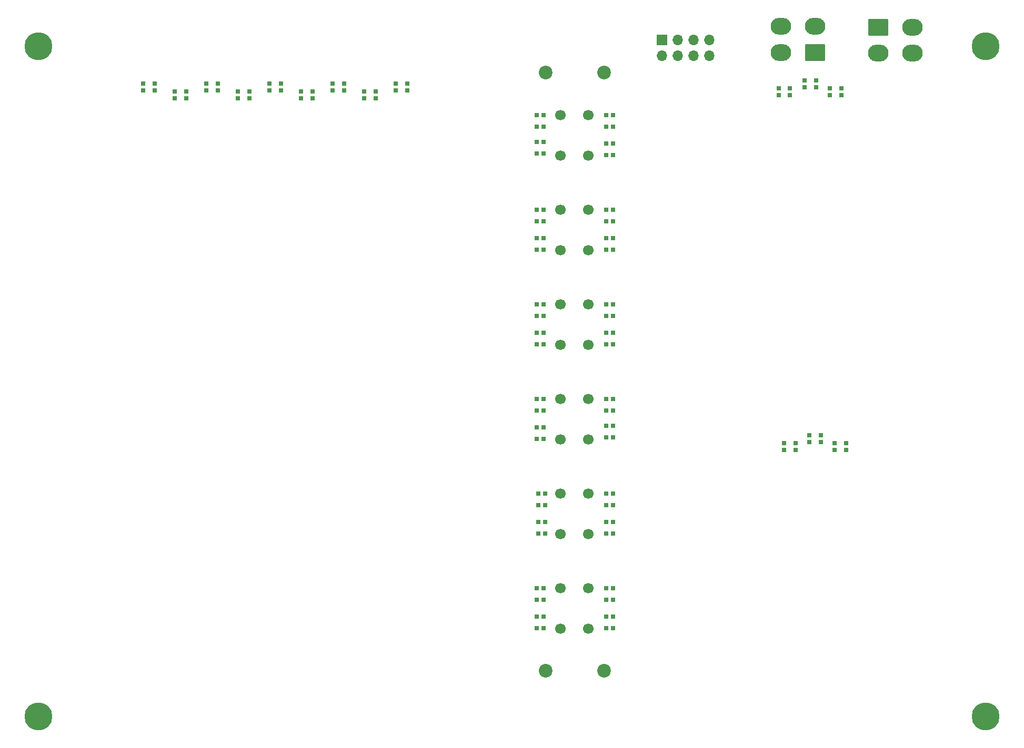
<source format=gbr>
%TF.GenerationSoftware,KiCad,Pcbnew,(6.0.9)*%
%TF.CreationDate,2023-01-27T20:31:40-09:00*%
%TF.ProjectId,IFEI,49464549-2e6b-4696-9361-645f70636258,rev?*%
%TF.SameCoordinates,Original*%
%TF.FileFunction,Soldermask,Top*%
%TF.FilePolarity,Negative*%
%FSLAX46Y46*%
G04 Gerber Fmt 4.6, Leading zero omitted, Abs format (unit mm)*
G04 Created by KiCad (PCBNEW (6.0.9)) date 2023-01-27 20:31:40*
%MOMM*%
%LPD*%
G01*
G04 APERTURE LIST*
G04 Aperture macros list*
%AMRoundRect*
0 Rectangle with rounded corners*
0 $1 Rounding radius*
0 $2 $3 $4 $5 $6 $7 $8 $9 X,Y pos of 4 corners*
0 Add a 4 corners polygon primitive as box body*
4,1,4,$2,$3,$4,$5,$6,$7,$8,$9,$2,$3,0*
0 Add four circle primitives for the rounded corners*
1,1,$1+$1,$2,$3*
1,1,$1+$1,$4,$5*
1,1,$1+$1,$6,$7*
1,1,$1+$1,$8,$9*
0 Add four rect primitives between the rounded corners*
20,1,$1+$1,$2,$3,$4,$5,0*
20,1,$1+$1,$4,$5,$6,$7,0*
20,1,$1+$1,$6,$7,$8,$9,0*
20,1,$1+$1,$8,$9,$2,$3,0*%
G04 Aperture macros list end*
%ADD10C,1.700000*%
%ADD11R,0.700000X0.700000*%
%ADD12RoundRect,0.250001X1.399999X-1.099999X1.399999X1.099999X-1.399999X1.099999X-1.399999X-1.099999X0*%
%ADD13O,3.300000X2.700000*%
%ADD14RoundRect,0.250001X-1.399999X1.099999X-1.399999X-1.099999X1.399999X-1.099999X1.399999X1.099999X0*%
%ADD15C,2.200000*%
%ADD16O,1.700000X1.700000*%
%ADD17R,1.700000X1.700000*%
%ADD18C,4.500000*%
G04 APERTURE END LIST*
D10*
%TO.C,SW6*%
X162814000Y-125793500D03*
X162814000Y-132293500D03*
X158314000Y-125793500D03*
X158314000Y-132293500D03*
%TD*%
%TO.C,SW5*%
X162814000Y-110553500D03*
X162814000Y-117053500D03*
X158314000Y-110553500D03*
X158314000Y-117053500D03*
%TD*%
%TO.C,SW4*%
X162814000Y-95313501D03*
X162814000Y-101813501D03*
X158314000Y-95313501D03*
X158314000Y-101813501D03*
%TD*%
%TO.C,SW3*%
X162814000Y-80073501D03*
X162814000Y-86573501D03*
X158314000Y-80073501D03*
X158314000Y-86573501D03*
%TD*%
%TO.C,SW2*%
X162814000Y-64833501D03*
X162814000Y-71333501D03*
X158314000Y-64833501D03*
X158314000Y-71333501D03*
%TD*%
%TO.C,SW1*%
X162814000Y-49593500D03*
X162814000Y-56093500D03*
X158314000Y-49593500D03*
X158314000Y-56093500D03*
%TD*%
D11*
%TO.C,D39*%
X91160000Y-44535000D03*
X91160000Y-45635000D03*
X92990000Y-45635000D03*
X92990000Y-44535000D03*
%TD*%
%TO.C,D38*%
X96240000Y-45805000D03*
X96240000Y-46905000D03*
X98070000Y-46905000D03*
X98070000Y-45805000D03*
%TD*%
%TO.C,D37*%
X101320000Y-44535000D03*
X101320000Y-45635000D03*
X103150000Y-45635000D03*
X103150000Y-44535000D03*
%TD*%
%TO.C,D36*%
X106400000Y-45805000D03*
X106400000Y-46905000D03*
X108230000Y-46905000D03*
X108230000Y-45805000D03*
%TD*%
%TO.C,D35*%
X111480000Y-44535000D03*
X111480000Y-45635000D03*
X113310000Y-45635000D03*
X113310000Y-44535000D03*
%TD*%
%TO.C,D34*%
X116560000Y-45805000D03*
X116560000Y-46905000D03*
X118390000Y-46905000D03*
X118390000Y-45805000D03*
%TD*%
%TO.C,D33*%
X121640000Y-44535000D03*
X121640000Y-45635000D03*
X123470000Y-45635000D03*
X123470000Y-44535000D03*
%TD*%
%TO.C,D32*%
X126720000Y-45805000D03*
X126720000Y-46905000D03*
X128550000Y-46905000D03*
X128550000Y-45805000D03*
%TD*%
%TO.C,D31*%
X131800000Y-44535000D03*
X131800000Y-45635000D03*
X133630000Y-45635000D03*
X133630000Y-44535000D03*
%TD*%
%TO.C,D30*%
X155617000Y-49631000D03*
X154517000Y-49631000D03*
X154517000Y-51461000D03*
X155617000Y-51461000D03*
%TD*%
%TO.C,D29*%
X155617000Y-53949000D03*
X154517000Y-53949000D03*
X154517000Y-55779000D03*
X155617000Y-55779000D03*
%TD*%
%TO.C,D28*%
X155617000Y-64871000D03*
X154517000Y-64871000D03*
X154517000Y-66701000D03*
X155617000Y-66701000D03*
%TD*%
%TO.C,D27*%
X155617000Y-69443000D03*
X154517000Y-69443000D03*
X154517000Y-71273000D03*
X155617000Y-71273000D03*
%TD*%
%TO.C,D26*%
X155617000Y-80111000D03*
X154517000Y-80111000D03*
X154517000Y-81941000D03*
X155617000Y-81941000D03*
%TD*%
%TO.C,D25*%
X155617000Y-84683000D03*
X154517000Y-84683000D03*
X154517000Y-86513000D03*
X155617000Y-86513000D03*
%TD*%
%TO.C,D24*%
X155617000Y-95351000D03*
X154517000Y-95351000D03*
X154517000Y-97181000D03*
X155617000Y-97181000D03*
%TD*%
%TO.C,D23*%
X155617000Y-99923000D03*
X154517000Y-99923000D03*
X154517000Y-101753000D03*
X155617000Y-101753000D03*
%TD*%
%TO.C,D22*%
X155871000Y-110591000D03*
X154771000Y-110591000D03*
X154771000Y-112421000D03*
X155871000Y-112421000D03*
%TD*%
%TO.C,D21*%
X155871000Y-115163000D03*
X154771000Y-115163000D03*
X154771000Y-116993000D03*
X155871000Y-116993000D03*
%TD*%
%TO.C,D20*%
X155617000Y-125831000D03*
X154517000Y-125831000D03*
X154517000Y-127661000D03*
X155617000Y-127661000D03*
%TD*%
%TO.C,D19*%
X155617000Y-130403000D03*
X154517000Y-130403000D03*
X154517000Y-132233000D03*
X155617000Y-132233000D03*
%TD*%
%TO.C,D18*%
X165693000Y-132233000D03*
X166793000Y-132233000D03*
X166793000Y-130403000D03*
X165693000Y-130403000D03*
%TD*%
%TO.C,D17*%
X165693000Y-127661000D03*
X166793000Y-127661000D03*
X166793000Y-125831000D03*
X165693000Y-125831000D03*
%TD*%
%TO.C,D16*%
X165693000Y-116993000D03*
X166793000Y-116993000D03*
X166793000Y-115163000D03*
X165693000Y-115163000D03*
%TD*%
%TO.C,D15*%
X165693000Y-112421000D03*
X166793000Y-112421000D03*
X166793000Y-110591000D03*
X165693000Y-110591000D03*
%TD*%
%TO.C,D14*%
X204242000Y-103547000D03*
X204242000Y-102447000D03*
X202412000Y-102447000D03*
X202412000Y-103547000D03*
%TD*%
%TO.C,D13*%
X200178000Y-102277000D03*
X200178000Y-101177000D03*
X198348000Y-101177000D03*
X198348000Y-102277000D03*
%TD*%
%TO.C,D12*%
X196114000Y-103547000D03*
X196114000Y-102447000D03*
X194284000Y-102447000D03*
X194284000Y-103547000D03*
%TD*%
%TO.C,D11*%
X165693000Y-101499000D03*
X166793000Y-101499000D03*
X166793000Y-99669000D03*
X165693000Y-99669000D03*
%TD*%
%TO.C,D10*%
X165693000Y-97181000D03*
X166793000Y-97181000D03*
X166793000Y-95351000D03*
X165693000Y-95351000D03*
%TD*%
%TO.C,D9*%
X165693000Y-86513000D03*
X166793000Y-86513000D03*
X166793000Y-84683000D03*
X165693000Y-84683000D03*
%TD*%
%TO.C,D8*%
X165693000Y-81941000D03*
X166793000Y-81941000D03*
X166793000Y-80111000D03*
X165693000Y-80111000D03*
%TD*%
%TO.C,D7*%
X165693000Y-71273000D03*
X166793000Y-71273000D03*
X166793000Y-69443000D03*
X165693000Y-69443000D03*
%TD*%
%TO.C,D6*%
X165693000Y-66701000D03*
X166793000Y-66701000D03*
X166793000Y-64871000D03*
X165693000Y-64871000D03*
%TD*%
%TO.C,D5*%
X165693000Y-56033000D03*
X166793000Y-56033000D03*
X166793000Y-54203000D03*
X165693000Y-54203000D03*
%TD*%
%TO.C,D4*%
X165693000Y-51461000D03*
X166793000Y-51461000D03*
X166793000Y-49631000D03*
X165693000Y-49631000D03*
%TD*%
%TO.C,D3*%
X193395000Y-45297000D03*
X193395000Y-46397000D03*
X195225000Y-46397000D03*
X195225000Y-45297000D03*
%TD*%
%TO.C,D2*%
X197586000Y-44027000D03*
X197586000Y-45127000D03*
X199416000Y-45127000D03*
X199416000Y-44027000D03*
%TD*%
%TO.C,D1*%
X201650000Y-45297000D03*
X201650000Y-46397000D03*
X203480000Y-46397000D03*
X203480000Y-45297000D03*
%TD*%
D12*
%TO.C,J2*%
X199263000Y-39497000D03*
D13*
X199263000Y-35297000D03*
X193763000Y-39497000D03*
X193763000Y-35297000D03*
%TD*%
D14*
%TO.C,J1*%
X209423000Y-35433000D03*
D13*
X209423000Y-39633000D03*
X214923000Y-35433000D03*
X214923000Y-39633000D03*
%TD*%
D15*
%TO.C,H8*%
X155956000Y-139128501D03*
%TD*%
%TO.C,H7*%
X165353999Y-139128501D03*
%TD*%
%TO.C,H6*%
X165353999Y-42735501D03*
%TD*%
%TO.C,H5*%
X155956000Y-42735501D03*
%TD*%
D16*
%TO.C,J3*%
X182244999Y-40068500D03*
X182244999Y-37528500D03*
X179704999Y-40068500D03*
X179704999Y-37528500D03*
X177164999Y-40068500D03*
X177164999Y-37528500D03*
X174624999Y-40068500D03*
D17*
X174624999Y-37528500D03*
%TD*%
D18*
%TO.C,H4*%
X74295000Y-146431000D03*
%TD*%
%TO.C,H3*%
X226695000Y-146431000D03*
%TD*%
%TO.C,H2*%
X226695000Y-38481000D03*
%TD*%
%TO.C,H1*%
X74295000Y-38481000D03*
%TD*%
M02*

</source>
